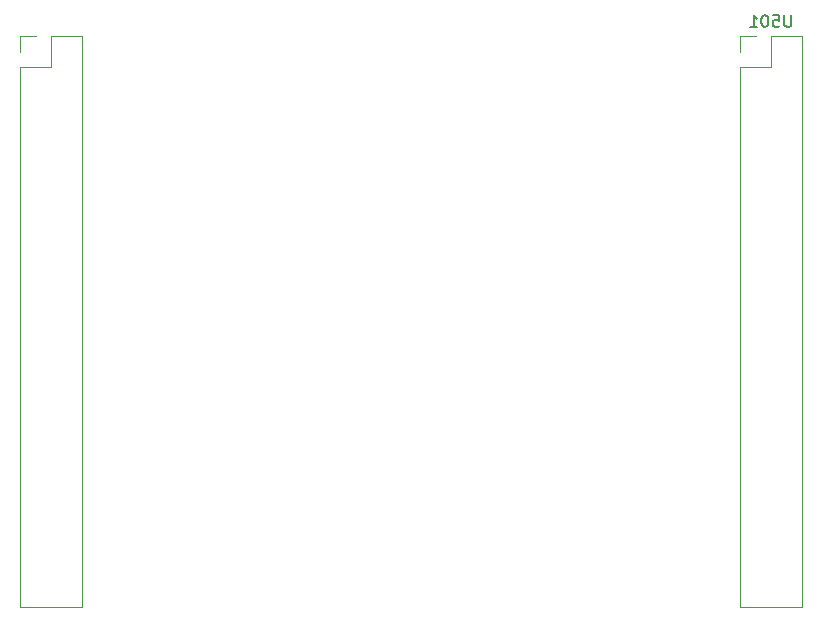
<source format=gbr>
%TF.GenerationSoftware,KiCad,Pcbnew,8.0.8*%
%TF.CreationDate,2025-05-05T21:02:48+02:00*%
%TF.ProjectId,Alarm Control System,416c6172-6d20-4436-9f6e-74726f6c2053,1.0*%
%TF.SameCoordinates,Original*%
%TF.FileFunction,Legend,Bot*%
%TF.FilePolarity,Positive*%
%FSLAX46Y46*%
G04 Gerber Fmt 4.6, Leading zero omitted, Abs format (unit mm)*
G04 Created by KiCad (PCBNEW 8.0.8) date 2025-05-05 21:02:48*
%MOMM*%
%LPD*%
G01*
G04 APERTURE LIST*
%ADD10C,0.150000*%
%ADD11C,0.120000*%
G04 APERTURE END LIST*
D10*
X204582085Y-77970919D02*
X204582085Y-78780442D01*
X204582085Y-78780442D02*
X204534466Y-78875680D01*
X204534466Y-78875680D02*
X204486847Y-78923300D01*
X204486847Y-78923300D02*
X204391609Y-78970919D01*
X204391609Y-78970919D02*
X204201133Y-78970919D01*
X204201133Y-78970919D02*
X204105895Y-78923300D01*
X204105895Y-78923300D02*
X204058276Y-78875680D01*
X204058276Y-78875680D02*
X204010657Y-78780442D01*
X204010657Y-78780442D02*
X204010657Y-77970919D01*
X203058276Y-77970919D02*
X203534466Y-77970919D01*
X203534466Y-77970919D02*
X203582085Y-78447109D01*
X203582085Y-78447109D02*
X203534466Y-78399490D01*
X203534466Y-78399490D02*
X203439228Y-78351871D01*
X203439228Y-78351871D02*
X203201133Y-78351871D01*
X203201133Y-78351871D02*
X203105895Y-78399490D01*
X203105895Y-78399490D02*
X203058276Y-78447109D01*
X203058276Y-78447109D02*
X203010657Y-78542347D01*
X203010657Y-78542347D02*
X203010657Y-78780442D01*
X203010657Y-78780442D02*
X203058276Y-78875680D01*
X203058276Y-78875680D02*
X203105895Y-78923300D01*
X203105895Y-78923300D02*
X203201133Y-78970919D01*
X203201133Y-78970919D02*
X203439228Y-78970919D01*
X203439228Y-78970919D02*
X203534466Y-78923300D01*
X203534466Y-78923300D02*
X203582085Y-78875680D01*
X202391609Y-77970919D02*
X202296371Y-77970919D01*
X202296371Y-77970919D02*
X202201133Y-78018538D01*
X202201133Y-78018538D02*
X202153514Y-78066157D01*
X202153514Y-78066157D02*
X202105895Y-78161395D01*
X202105895Y-78161395D02*
X202058276Y-78351871D01*
X202058276Y-78351871D02*
X202058276Y-78589966D01*
X202058276Y-78589966D02*
X202105895Y-78780442D01*
X202105895Y-78780442D02*
X202153514Y-78875680D01*
X202153514Y-78875680D02*
X202201133Y-78923300D01*
X202201133Y-78923300D02*
X202296371Y-78970919D01*
X202296371Y-78970919D02*
X202391609Y-78970919D01*
X202391609Y-78970919D02*
X202486847Y-78923300D01*
X202486847Y-78923300D02*
X202534466Y-78875680D01*
X202534466Y-78875680D02*
X202582085Y-78780442D01*
X202582085Y-78780442D02*
X202629704Y-78589966D01*
X202629704Y-78589966D02*
X202629704Y-78351871D01*
X202629704Y-78351871D02*
X202582085Y-78161395D01*
X202582085Y-78161395D02*
X202534466Y-78066157D01*
X202534466Y-78066157D02*
X202486847Y-78018538D01*
X202486847Y-78018538D02*
X202391609Y-77970919D01*
X201105895Y-78970919D02*
X201677323Y-78970919D01*
X201391609Y-78970919D02*
X201391609Y-77970919D01*
X201391609Y-77970919D02*
X201486847Y-78113776D01*
X201486847Y-78113776D02*
X201582085Y-78209014D01*
X201582085Y-78209014D02*
X201677323Y-78256633D01*
D11*
%TO.C,U501*%
X139307800Y-79726100D02*
X139307800Y-81056100D01*
X139307800Y-82326100D02*
X139307800Y-128106100D01*
X140637800Y-79726100D02*
X139307800Y-79726100D01*
X141907800Y-79726100D02*
X141907800Y-82326100D01*
X141907800Y-82326100D02*
X139307800Y-82326100D01*
X144507800Y-79726100D02*
X141907800Y-79726100D01*
X144507800Y-79726100D02*
X144507800Y-128106100D01*
X144507800Y-128106100D02*
X139307800Y-128106100D01*
X200267800Y-79736100D02*
X200267800Y-81066100D01*
X200267800Y-82336100D02*
X200267800Y-128116100D01*
X201597800Y-79736100D02*
X200267800Y-79736100D01*
X202867800Y-79736100D02*
X202867800Y-82336100D01*
X202867800Y-82336100D02*
X200267800Y-82336100D01*
X205467800Y-79736100D02*
X202867800Y-79736100D01*
X205467800Y-79736100D02*
X205467800Y-128116100D01*
X205467800Y-128116100D02*
X200267800Y-128116100D01*
%TD*%
M02*

</source>
